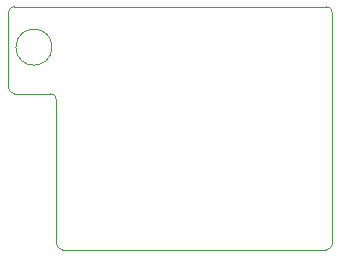
<source format=gm1>
%TF.GenerationSoftware,KiCad,Pcbnew,(5.1.9)-1*%
%TF.CreationDate,2022-01-01T15:39:13-06:00*%
%TF.ProjectId,RaspberryPiHAT,52617370-6265-4727-9279-50694841542e,1*%
%TF.SameCoordinates,Original*%
%TF.FileFunction,Profile,NP*%
%FSLAX46Y46*%
G04 Gerber Fmt 4.6, Leading zero omitted, Abs format (unit mm)*
G04 Created by KiCad (PCBNEW (5.1.9)-1) date 2022-01-01 15:39:13*
%MOMM*%
%LPD*%
G01*
G04 APERTURE LIST*
%TA.AperFunction,Profile*%
%ADD10C,0.050000*%
%TD*%
G04 APERTURE END LIST*
D10*
X202692000Y-78994000D02*
X202184000Y-78994000D01*
X201676000Y-66294000D02*
X201676000Y-78486000D01*
X201168000Y-65786000D02*
X198120000Y-65786000D01*
X201168000Y-65786000D02*
G75*
G02*
X201676000Y-66294000I0J-508000D01*
G01*
X202184000Y-78994000D02*
G75*
G02*
X201676000Y-78486000I0J508000D01*
G01*
X225044000Y-78486000D02*
X225044000Y-58928000D01*
X202692000Y-78994000D02*
X224536000Y-78994000D01*
X197612000Y-58928000D02*
X197612000Y-65278000D01*
X224536000Y-58420000D02*
X198120000Y-58420000D01*
X224536000Y-58420000D02*
G75*
G02*
X225044000Y-58928000I0J-508000D01*
G01*
X225044000Y-78486000D02*
G75*
G02*
X224536000Y-78994000I-508000J0D01*
G01*
X198120000Y-65786000D02*
G75*
G02*
X197612000Y-65278000I0J508000D01*
G01*
X197612000Y-58928000D02*
G75*
G02*
X198120000Y-58420000I508000J0D01*
G01*
X201295000Y-61849000D02*
G75*
G03*
X201295000Y-61849000I-1524000J0D01*
G01*
M02*

</source>
